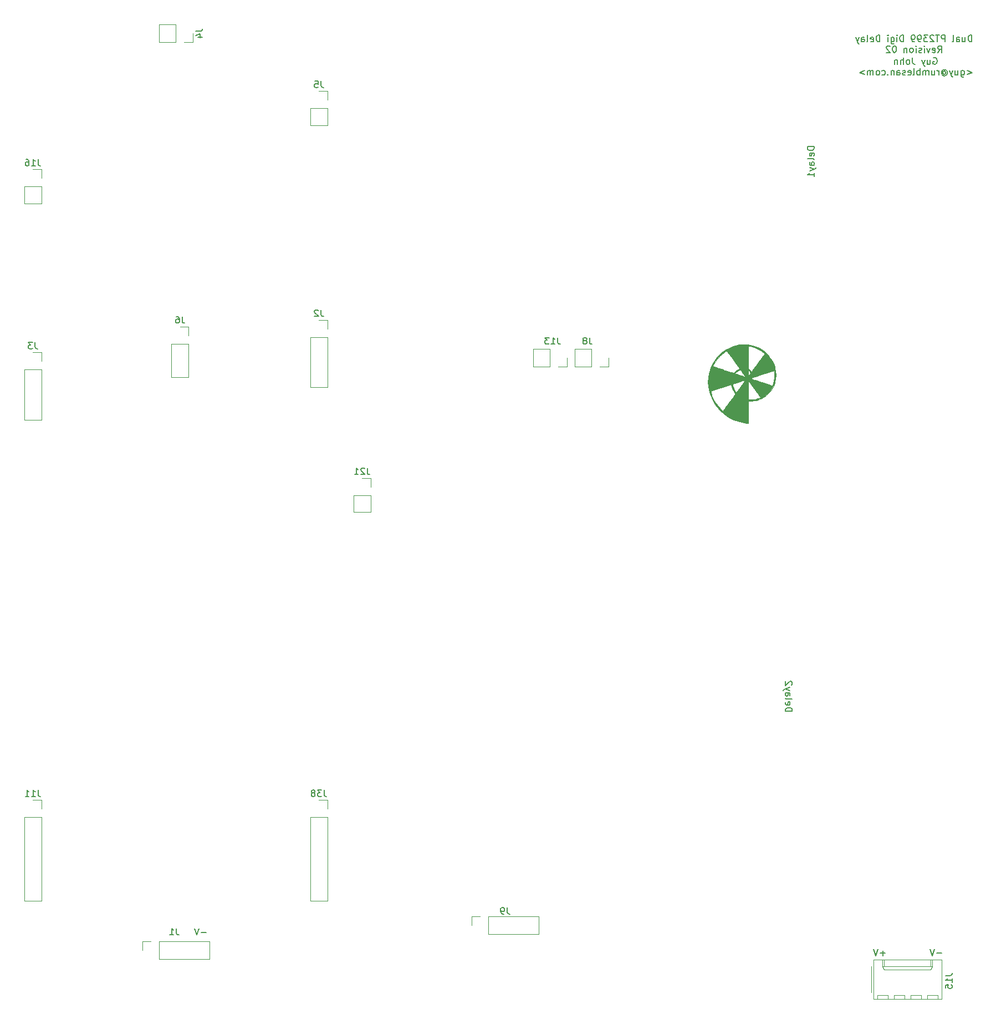
<source format=gbo>
%TF.GenerationSoftware,KiCad,Pcbnew,(5.1.8-0-10_14)*%
%TF.CreationDate,2021-12-18T09:25:16+00:00*%
%TF.ProjectId,dual-digi-delay,6475616c-2d64-4696-9769-2d64656c6179,r02*%
%TF.SameCoordinates,Original*%
%TF.FileFunction,Legend,Bot*%
%TF.FilePolarity,Positive*%
%FSLAX46Y46*%
G04 Gerber Fmt 4.6, Leading zero omitted, Abs format (unit mm)*
G04 Created by KiCad (PCBNEW (5.1.8-0-10_14)) date 2021-12-18 09:25:16*
%MOMM*%
%LPD*%
G01*
G04 APERTURE LIST*
%ADD10C,0.150000*%
%ADD11C,0.120000*%
%ADD12C,0.010000*%
G04 APERTURE END LIST*
D10*
X140136619Y-133706904D02*
X141136619Y-133706904D01*
X141136619Y-133468809D01*
X141089000Y-133325952D01*
X140993761Y-133230714D01*
X140898523Y-133183095D01*
X140708047Y-133135476D01*
X140565190Y-133135476D01*
X140374714Y-133183095D01*
X140279476Y-133230714D01*
X140184238Y-133325952D01*
X140136619Y-133468809D01*
X140136619Y-133706904D01*
X140184238Y-132325952D02*
X140136619Y-132421190D01*
X140136619Y-132611666D01*
X140184238Y-132706904D01*
X140279476Y-132754523D01*
X140660428Y-132754523D01*
X140755666Y-132706904D01*
X140803285Y-132611666D01*
X140803285Y-132421190D01*
X140755666Y-132325952D01*
X140660428Y-132278333D01*
X140565190Y-132278333D01*
X140469952Y-132754523D01*
X140136619Y-131706904D02*
X140184238Y-131802142D01*
X140279476Y-131849761D01*
X141136619Y-131849761D01*
X140136619Y-130897380D02*
X140660428Y-130897380D01*
X140755666Y-130945000D01*
X140803285Y-131040238D01*
X140803285Y-131230714D01*
X140755666Y-131325952D01*
X140184238Y-130897380D02*
X140136619Y-130992619D01*
X140136619Y-131230714D01*
X140184238Y-131325952D01*
X140279476Y-131373571D01*
X140374714Y-131373571D01*
X140469952Y-131325952D01*
X140517571Y-131230714D01*
X140517571Y-130992619D01*
X140565190Y-130897380D01*
X140803285Y-130516428D02*
X140136619Y-130278333D01*
X140803285Y-130040238D02*
X140136619Y-130278333D01*
X139898523Y-130373571D01*
X139850904Y-130421190D01*
X139803285Y-130516428D01*
X141041380Y-129706904D02*
X141089000Y-129659285D01*
X141136619Y-129564047D01*
X141136619Y-129325952D01*
X141089000Y-129230714D01*
X141041380Y-129183095D01*
X140946142Y-129135476D01*
X140850904Y-129135476D01*
X140708047Y-129183095D01*
X140136619Y-129754523D01*
X140136619Y-129135476D01*
X144470380Y-47522095D02*
X143470380Y-47522095D01*
X143470380Y-47760190D01*
X143518000Y-47903047D01*
X143613238Y-47998285D01*
X143708476Y-48045904D01*
X143898952Y-48093523D01*
X144041809Y-48093523D01*
X144232285Y-48045904D01*
X144327523Y-47998285D01*
X144422761Y-47903047D01*
X144470380Y-47760190D01*
X144470380Y-47522095D01*
X144422761Y-48903047D02*
X144470380Y-48807809D01*
X144470380Y-48617333D01*
X144422761Y-48522095D01*
X144327523Y-48474476D01*
X143946571Y-48474476D01*
X143851333Y-48522095D01*
X143803714Y-48617333D01*
X143803714Y-48807809D01*
X143851333Y-48903047D01*
X143946571Y-48950666D01*
X144041809Y-48950666D01*
X144137047Y-48474476D01*
X144470380Y-49522095D02*
X144422761Y-49426857D01*
X144327523Y-49379238D01*
X143470380Y-49379238D01*
X144470380Y-50331619D02*
X143946571Y-50331619D01*
X143851333Y-50284000D01*
X143803714Y-50188761D01*
X143803714Y-49998285D01*
X143851333Y-49903047D01*
X144422761Y-50331619D02*
X144470380Y-50236380D01*
X144470380Y-49998285D01*
X144422761Y-49903047D01*
X144327523Y-49855428D01*
X144232285Y-49855428D01*
X144137047Y-49903047D01*
X144089428Y-49998285D01*
X144089428Y-50236380D01*
X144041809Y-50331619D01*
X143803714Y-50712571D02*
X144470380Y-50950666D01*
X143803714Y-51188761D02*
X144470380Y-50950666D01*
X144708476Y-50855428D01*
X144756095Y-50807809D01*
X144803714Y-50712571D01*
X144470380Y-52093523D02*
X144470380Y-51522095D01*
X144470380Y-51807809D02*
X143470380Y-51807809D01*
X143613238Y-51712571D01*
X143708476Y-51617333D01*
X143756095Y-51522095D01*
X162710476Y-33981000D02*
X162805714Y-33933380D01*
X162948571Y-33933380D01*
X163091428Y-33981000D01*
X163186666Y-34076238D01*
X163234285Y-34171476D01*
X163281904Y-34361952D01*
X163281904Y-34504809D01*
X163234285Y-34695285D01*
X163186666Y-34790523D01*
X163091428Y-34885761D01*
X162948571Y-34933380D01*
X162853333Y-34933380D01*
X162710476Y-34885761D01*
X162662857Y-34838142D01*
X162662857Y-34504809D01*
X162853333Y-34504809D01*
X161805714Y-34266714D02*
X161805714Y-34933380D01*
X162234285Y-34266714D02*
X162234285Y-34790523D01*
X162186666Y-34885761D01*
X162091428Y-34933380D01*
X161948571Y-34933380D01*
X161853333Y-34885761D01*
X161805714Y-34838142D01*
X161424761Y-34266714D02*
X161186666Y-34933380D01*
X160948571Y-34266714D02*
X161186666Y-34933380D01*
X161281904Y-35171476D01*
X161329523Y-35219095D01*
X161424761Y-35266714D01*
X159520000Y-33933380D02*
X159520000Y-34647666D01*
X159567619Y-34790523D01*
X159662857Y-34885761D01*
X159805714Y-34933380D01*
X159900952Y-34933380D01*
X158900952Y-34933380D02*
X158996190Y-34885761D01*
X159043809Y-34838142D01*
X159091428Y-34742904D01*
X159091428Y-34457190D01*
X159043809Y-34361952D01*
X158996190Y-34314333D01*
X158900952Y-34266714D01*
X158758095Y-34266714D01*
X158662857Y-34314333D01*
X158615238Y-34361952D01*
X158567619Y-34457190D01*
X158567619Y-34742904D01*
X158615238Y-34838142D01*
X158662857Y-34885761D01*
X158758095Y-34933380D01*
X158900952Y-34933380D01*
X158139047Y-34933380D02*
X158139047Y-33933380D01*
X157710476Y-34933380D02*
X157710476Y-34409571D01*
X157758095Y-34314333D01*
X157853333Y-34266714D01*
X157996190Y-34266714D01*
X158091428Y-34314333D01*
X158139047Y-34361952D01*
X157234285Y-34266714D02*
X157234285Y-34933380D01*
X157234285Y-34361952D02*
X157186666Y-34314333D01*
X157091428Y-34266714D01*
X156948571Y-34266714D01*
X156853333Y-34314333D01*
X156805714Y-34409571D01*
X156805714Y-34933380D01*
X167853333Y-35916714D02*
X168615238Y-36202428D01*
X167853333Y-36488142D01*
X166948571Y-35916714D02*
X166948571Y-36726238D01*
X166996190Y-36821476D01*
X167043809Y-36869095D01*
X167139047Y-36916714D01*
X167281904Y-36916714D01*
X167377142Y-36869095D01*
X166948571Y-36535761D02*
X167043809Y-36583380D01*
X167234285Y-36583380D01*
X167329523Y-36535761D01*
X167377142Y-36488142D01*
X167424761Y-36392904D01*
X167424761Y-36107190D01*
X167377142Y-36011952D01*
X167329523Y-35964333D01*
X167234285Y-35916714D01*
X167043809Y-35916714D01*
X166948571Y-35964333D01*
X166043809Y-35916714D02*
X166043809Y-36583380D01*
X166472380Y-35916714D02*
X166472380Y-36440523D01*
X166424761Y-36535761D01*
X166329523Y-36583380D01*
X166186666Y-36583380D01*
X166091428Y-36535761D01*
X166043809Y-36488142D01*
X165662857Y-35916714D02*
X165424761Y-36583380D01*
X165186666Y-35916714D02*
X165424761Y-36583380D01*
X165520000Y-36821476D01*
X165567619Y-36869095D01*
X165662857Y-36916714D01*
X164186666Y-36107190D02*
X164234285Y-36059571D01*
X164329523Y-36011952D01*
X164424761Y-36011952D01*
X164520000Y-36059571D01*
X164567619Y-36107190D01*
X164615238Y-36202428D01*
X164615238Y-36297666D01*
X164567619Y-36392904D01*
X164520000Y-36440523D01*
X164424761Y-36488142D01*
X164329523Y-36488142D01*
X164234285Y-36440523D01*
X164186666Y-36392904D01*
X164186666Y-36011952D02*
X164186666Y-36392904D01*
X164139047Y-36440523D01*
X164091428Y-36440523D01*
X163996190Y-36392904D01*
X163948571Y-36297666D01*
X163948571Y-36059571D01*
X164043809Y-35916714D01*
X164186666Y-35821476D01*
X164377142Y-35773857D01*
X164567619Y-35821476D01*
X164710476Y-35916714D01*
X164805714Y-36059571D01*
X164853333Y-36250047D01*
X164805714Y-36440523D01*
X164710476Y-36583380D01*
X164567619Y-36678619D01*
X164377142Y-36726238D01*
X164186666Y-36678619D01*
X164043809Y-36583380D01*
X163520000Y-36583380D02*
X163520000Y-35916714D01*
X163520000Y-36107190D02*
X163472380Y-36011952D01*
X163424761Y-35964333D01*
X163329523Y-35916714D01*
X163234285Y-35916714D01*
X162472380Y-35916714D02*
X162472380Y-36583380D01*
X162900952Y-35916714D02*
X162900952Y-36440523D01*
X162853333Y-36535761D01*
X162758095Y-36583380D01*
X162615238Y-36583380D01*
X162520000Y-36535761D01*
X162472380Y-36488142D01*
X161996190Y-36583380D02*
X161996190Y-35916714D01*
X161996190Y-36011952D02*
X161948571Y-35964333D01*
X161853333Y-35916714D01*
X161710476Y-35916714D01*
X161615238Y-35964333D01*
X161567619Y-36059571D01*
X161567619Y-36583380D01*
X161567619Y-36059571D02*
X161520000Y-35964333D01*
X161424761Y-35916714D01*
X161281904Y-35916714D01*
X161186666Y-35964333D01*
X161139047Y-36059571D01*
X161139047Y-36583380D01*
X160662857Y-36583380D02*
X160662857Y-35583380D01*
X160662857Y-35964333D02*
X160567619Y-35916714D01*
X160377142Y-35916714D01*
X160281904Y-35964333D01*
X160234285Y-36011952D01*
X160186666Y-36107190D01*
X160186666Y-36392904D01*
X160234285Y-36488142D01*
X160281904Y-36535761D01*
X160377142Y-36583380D01*
X160567619Y-36583380D01*
X160662857Y-36535761D01*
X159615238Y-36583380D02*
X159710476Y-36535761D01*
X159758095Y-36440523D01*
X159758095Y-35583380D01*
X158853333Y-36535761D02*
X158948571Y-36583380D01*
X159139047Y-36583380D01*
X159234285Y-36535761D01*
X159281904Y-36440523D01*
X159281904Y-36059571D01*
X159234285Y-35964333D01*
X159139047Y-35916714D01*
X158948571Y-35916714D01*
X158853333Y-35964333D01*
X158805714Y-36059571D01*
X158805714Y-36154809D01*
X159281904Y-36250047D01*
X158424761Y-36535761D02*
X158329523Y-36583380D01*
X158139047Y-36583380D01*
X158043809Y-36535761D01*
X157996190Y-36440523D01*
X157996190Y-36392904D01*
X158043809Y-36297666D01*
X158139047Y-36250047D01*
X158281904Y-36250047D01*
X158377142Y-36202428D01*
X158424761Y-36107190D01*
X158424761Y-36059571D01*
X158377142Y-35964333D01*
X158281904Y-35916714D01*
X158139047Y-35916714D01*
X158043809Y-35964333D01*
X157139047Y-36583380D02*
X157139047Y-36059571D01*
X157186666Y-35964333D01*
X157281904Y-35916714D01*
X157472380Y-35916714D01*
X157567619Y-35964333D01*
X157139047Y-36535761D02*
X157234285Y-36583380D01*
X157472380Y-36583380D01*
X157567619Y-36535761D01*
X157615238Y-36440523D01*
X157615238Y-36345285D01*
X157567619Y-36250047D01*
X157472380Y-36202428D01*
X157234285Y-36202428D01*
X157139047Y-36154809D01*
X156662857Y-35916714D02*
X156662857Y-36583380D01*
X156662857Y-36011952D02*
X156615238Y-35964333D01*
X156520000Y-35916714D01*
X156377142Y-35916714D01*
X156281904Y-35964333D01*
X156234285Y-36059571D01*
X156234285Y-36583380D01*
X155758095Y-36488142D02*
X155710476Y-36535761D01*
X155758095Y-36583380D01*
X155805714Y-36535761D01*
X155758095Y-36488142D01*
X155758095Y-36583380D01*
X154853333Y-36535761D02*
X154948571Y-36583380D01*
X155139047Y-36583380D01*
X155234285Y-36535761D01*
X155281904Y-36488142D01*
X155329523Y-36392904D01*
X155329523Y-36107190D01*
X155281904Y-36011952D01*
X155234285Y-35964333D01*
X155139047Y-35916714D01*
X154948571Y-35916714D01*
X154853333Y-35964333D01*
X154281904Y-36583380D02*
X154377142Y-36535761D01*
X154424761Y-36488142D01*
X154472380Y-36392904D01*
X154472380Y-36107190D01*
X154424761Y-36011952D01*
X154377142Y-35964333D01*
X154281904Y-35916714D01*
X154139047Y-35916714D01*
X154043809Y-35964333D01*
X153996190Y-36011952D01*
X153948571Y-36107190D01*
X153948571Y-36392904D01*
X153996190Y-36488142D01*
X154043809Y-36535761D01*
X154139047Y-36583380D01*
X154281904Y-36583380D01*
X153520000Y-36583380D02*
X153520000Y-35916714D01*
X153520000Y-36011952D02*
X153472380Y-35964333D01*
X153377142Y-35916714D01*
X153234285Y-35916714D01*
X153139047Y-35964333D01*
X153091428Y-36059571D01*
X153091428Y-36583380D01*
X153091428Y-36059571D02*
X153043809Y-35964333D01*
X152948571Y-35916714D01*
X152805714Y-35916714D01*
X152710476Y-35964333D01*
X152662857Y-36059571D01*
X152662857Y-36583380D01*
X152186666Y-35916714D02*
X151424761Y-36202428D01*
X152186666Y-36488142D01*
X168575523Y-31504380D02*
X168575523Y-30504380D01*
X168337428Y-30504380D01*
X168194571Y-30552000D01*
X168099333Y-30647238D01*
X168051714Y-30742476D01*
X168004095Y-30932952D01*
X168004095Y-31075809D01*
X168051714Y-31266285D01*
X168099333Y-31361523D01*
X168194571Y-31456761D01*
X168337428Y-31504380D01*
X168575523Y-31504380D01*
X167146952Y-30837714D02*
X167146952Y-31504380D01*
X167575523Y-30837714D02*
X167575523Y-31361523D01*
X167527904Y-31456761D01*
X167432666Y-31504380D01*
X167289809Y-31504380D01*
X167194571Y-31456761D01*
X167146952Y-31409142D01*
X166242190Y-31504380D02*
X166242190Y-30980571D01*
X166289809Y-30885333D01*
X166385047Y-30837714D01*
X166575523Y-30837714D01*
X166670761Y-30885333D01*
X166242190Y-31456761D02*
X166337428Y-31504380D01*
X166575523Y-31504380D01*
X166670761Y-31456761D01*
X166718380Y-31361523D01*
X166718380Y-31266285D01*
X166670761Y-31171047D01*
X166575523Y-31123428D01*
X166337428Y-31123428D01*
X166242190Y-31075809D01*
X165623142Y-31504380D02*
X165718380Y-31456761D01*
X165766000Y-31361523D01*
X165766000Y-30504380D01*
X164480285Y-31504380D02*
X164480285Y-30504380D01*
X164099333Y-30504380D01*
X164004095Y-30552000D01*
X163956476Y-30599619D01*
X163908857Y-30694857D01*
X163908857Y-30837714D01*
X163956476Y-30932952D01*
X164004095Y-30980571D01*
X164099333Y-31028190D01*
X164480285Y-31028190D01*
X163623142Y-30504380D02*
X163051714Y-30504380D01*
X163337428Y-31504380D02*
X163337428Y-30504380D01*
X162766000Y-30599619D02*
X162718380Y-30552000D01*
X162623142Y-30504380D01*
X162385047Y-30504380D01*
X162289809Y-30552000D01*
X162242190Y-30599619D01*
X162194571Y-30694857D01*
X162194571Y-30790095D01*
X162242190Y-30932952D01*
X162813619Y-31504380D01*
X162194571Y-31504380D01*
X161861238Y-30504380D02*
X161242190Y-30504380D01*
X161575523Y-30885333D01*
X161432666Y-30885333D01*
X161337428Y-30932952D01*
X161289809Y-30980571D01*
X161242190Y-31075809D01*
X161242190Y-31313904D01*
X161289809Y-31409142D01*
X161337428Y-31456761D01*
X161432666Y-31504380D01*
X161718380Y-31504380D01*
X161813619Y-31456761D01*
X161861238Y-31409142D01*
X160766000Y-31504380D02*
X160575523Y-31504380D01*
X160480285Y-31456761D01*
X160432666Y-31409142D01*
X160337428Y-31266285D01*
X160289809Y-31075809D01*
X160289809Y-30694857D01*
X160337428Y-30599619D01*
X160385047Y-30552000D01*
X160480285Y-30504380D01*
X160670761Y-30504380D01*
X160766000Y-30552000D01*
X160813619Y-30599619D01*
X160861238Y-30694857D01*
X160861238Y-30932952D01*
X160813619Y-31028190D01*
X160766000Y-31075809D01*
X160670761Y-31123428D01*
X160480285Y-31123428D01*
X160385047Y-31075809D01*
X160337428Y-31028190D01*
X160289809Y-30932952D01*
X159813619Y-31504380D02*
X159623142Y-31504380D01*
X159527904Y-31456761D01*
X159480285Y-31409142D01*
X159385047Y-31266285D01*
X159337428Y-31075809D01*
X159337428Y-30694857D01*
X159385047Y-30599619D01*
X159432666Y-30552000D01*
X159527904Y-30504380D01*
X159718380Y-30504380D01*
X159813619Y-30552000D01*
X159861238Y-30599619D01*
X159908857Y-30694857D01*
X159908857Y-30932952D01*
X159861238Y-31028190D01*
X159813619Y-31075809D01*
X159718380Y-31123428D01*
X159527904Y-31123428D01*
X159432666Y-31075809D01*
X159385047Y-31028190D01*
X159337428Y-30932952D01*
X158146952Y-31504380D02*
X158146952Y-30504380D01*
X157908857Y-30504380D01*
X157766000Y-30552000D01*
X157670761Y-30647238D01*
X157623142Y-30742476D01*
X157575523Y-30932952D01*
X157575523Y-31075809D01*
X157623142Y-31266285D01*
X157670761Y-31361523D01*
X157766000Y-31456761D01*
X157908857Y-31504380D01*
X158146952Y-31504380D01*
X157146952Y-31504380D02*
X157146952Y-30837714D01*
X157146952Y-30504380D02*
X157194571Y-30552000D01*
X157146952Y-30599619D01*
X157099333Y-30552000D01*
X157146952Y-30504380D01*
X157146952Y-30599619D01*
X156242190Y-30837714D02*
X156242190Y-31647238D01*
X156289809Y-31742476D01*
X156337428Y-31790095D01*
X156432666Y-31837714D01*
X156575523Y-31837714D01*
X156670761Y-31790095D01*
X156242190Y-31456761D02*
X156337428Y-31504380D01*
X156527904Y-31504380D01*
X156623142Y-31456761D01*
X156670761Y-31409142D01*
X156718380Y-31313904D01*
X156718380Y-31028190D01*
X156670761Y-30932952D01*
X156623142Y-30885333D01*
X156527904Y-30837714D01*
X156337428Y-30837714D01*
X156242190Y-30885333D01*
X155766000Y-31504380D02*
X155766000Y-30837714D01*
X155766000Y-30504380D02*
X155813619Y-30552000D01*
X155766000Y-30599619D01*
X155718380Y-30552000D01*
X155766000Y-30504380D01*
X155766000Y-30599619D01*
X154527904Y-31504380D02*
X154527904Y-30504380D01*
X154289809Y-30504380D01*
X154146952Y-30552000D01*
X154051714Y-30647238D01*
X154004095Y-30742476D01*
X153956476Y-30932952D01*
X153956476Y-31075809D01*
X154004095Y-31266285D01*
X154051714Y-31361523D01*
X154146952Y-31456761D01*
X154289809Y-31504380D01*
X154527904Y-31504380D01*
X153146952Y-31456761D02*
X153242190Y-31504380D01*
X153432666Y-31504380D01*
X153527904Y-31456761D01*
X153575523Y-31361523D01*
X153575523Y-30980571D01*
X153527904Y-30885333D01*
X153432666Y-30837714D01*
X153242190Y-30837714D01*
X153146952Y-30885333D01*
X153099333Y-30980571D01*
X153099333Y-31075809D01*
X153575523Y-31171047D01*
X152527904Y-31504380D02*
X152623142Y-31456761D01*
X152670761Y-31361523D01*
X152670761Y-30504380D01*
X151718380Y-31504380D02*
X151718380Y-30980571D01*
X151766000Y-30885333D01*
X151861238Y-30837714D01*
X152051714Y-30837714D01*
X152146952Y-30885333D01*
X151718380Y-31456761D02*
X151813619Y-31504380D01*
X152051714Y-31504380D01*
X152146952Y-31456761D01*
X152194571Y-31361523D01*
X152194571Y-31266285D01*
X152146952Y-31171047D01*
X152051714Y-31123428D01*
X151813619Y-31123428D01*
X151718380Y-31075809D01*
X151337428Y-30837714D02*
X151099333Y-31504380D01*
X150861238Y-30837714D02*
X151099333Y-31504380D01*
X151194571Y-31742476D01*
X151242190Y-31790095D01*
X151337428Y-31837714D01*
X163385047Y-33154380D02*
X163718380Y-32678190D01*
X163956476Y-33154380D02*
X163956476Y-32154380D01*
X163575523Y-32154380D01*
X163480285Y-32202000D01*
X163432666Y-32249619D01*
X163385047Y-32344857D01*
X163385047Y-32487714D01*
X163432666Y-32582952D01*
X163480285Y-32630571D01*
X163575523Y-32678190D01*
X163956476Y-32678190D01*
X162575523Y-33106761D02*
X162670761Y-33154380D01*
X162861238Y-33154380D01*
X162956476Y-33106761D01*
X163004095Y-33011523D01*
X163004095Y-32630571D01*
X162956476Y-32535333D01*
X162861238Y-32487714D01*
X162670761Y-32487714D01*
X162575523Y-32535333D01*
X162527904Y-32630571D01*
X162527904Y-32725809D01*
X163004095Y-32821047D01*
X162194571Y-32487714D02*
X161956476Y-33154380D01*
X161718380Y-32487714D01*
X161337428Y-33154380D02*
X161337428Y-32487714D01*
X161337428Y-32154380D02*
X161385047Y-32202000D01*
X161337428Y-32249619D01*
X161289809Y-32202000D01*
X161337428Y-32154380D01*
X161337428Y-32249619D01*
X160908857Y-33106761D02*
X160813619Y-33154380D01*
X160623142Y-33154380D01*
X160527904Y-33106761D01*
X160480285Y-33011523D01*
X160480285Y-32963904D01*
X160527904Y-32868666D01*
X160623142Y-32821047D01*
X160766000Y-32821047D01*
X160861238Y-32773428D01*
X160908857Y-32678190D01*
X160908857Y-32630571D01*
X160861238Y-32535333D01*
X160766000Y-32487714D01*
X160623142Y-32487714D01*
X160527904Y-32535333D01*
X160051714Y-33154380D02*
X160051714Y-32487714D01*
X160051714Y-32154380D02*
X160099333Y-32202000D01*
X160051714Y-32249619D01*
X160004095Y-32202000D01*
X160051714Y-32154380D01*
X160051714Y-32249619D01*
X159432666Y-33154380D02*
X159527904Y-33106761D01*
X159575523Y-33059142D01*
X159623142Y-32963904D01*
X159623142Y-32678190D01*
X159575523Y-32582952D01*
X159527904Y-32535333D01*
X159432666Y-32487714D01*
X159289809Y-32487714D01*
X159194571Y-32535333D01*
X159146952Y-32582952D01*
X159099333Y-32678190D01*
X159099333Y-32963904D01*
X159146952Y-33059142D01*
X159194571Y-33106761D01*
X159289809Y-33154380D01*
X159432666Y-33154380D01*
X158670761Y-32487714D02*
X158670761Y-33154380D01*
X158670761Y-32582952D02*
X158623142Y-32535333D01*
X158527904Y-32487714D01*
X158385047Y-32487714D01*
X158289809Y-32535333D01*
X158242190Y-32630571D01*
X158242190Y-33154380D01*
X156813619Y-32154380D02*
X156718380Y-32154380D01*
X156623142Y-32202000D01*
X156575523Y-32249619D01*
X156527904Y-32344857D01*
X156480285Y-32535333D01*
X156480285Y-32773428D01*
X156527904Y-32963904D01*
X156575523Y-33059142D01*
X156623142Y-33106761D01*
X156718380Y-33154380D01*
X156813619Y-33154380D01*
X156908857Y-33106761D01*
X156956476Y-33059142D01*
X157004095Y-32963904D01*
X157051714Y-32773428D01*
X157051714Y-32535333D01*
X157004095Y-32344857D01*
X156956476Y-32249619D01*
X156908857Y-32202000D01*
X156813619Y-32154380D01*
X156099333Y-32249619D02*
X156051714Y-32202000D01*
X155956476Y-32154380D01*
X155718380Y-32154380D01*
X155623142Y-32202000D01*
X155575523Y-32249619D01*
X155527904Y-32344857D01*
X155527904Y-32440095D01*
X155575523Y-32582952D01*
X156146952Y-33154380D01*
X155527904Y-33154380D01*
X51609523Y-167457428D02*
X50847619Y-167457428D01*
X50514285Y-166838380D02*
X50180952Y-167838380D01*
X49847619Y-166838380D01*
X164004523Y-170632428D02*
X163242619Y-170632428D01*
X162909285Y-170013380D02*
X162575952Y-171013380D01*
X162242619Y-170013380D01*
X155368523Y-170632428D02*
X154606619Y-170632428D01*
X154987571Y-171013380D02*
X154987571Y-170251476D01*
X154273285Y-170013380D02*
X153939952Y-171013380D01*
X153606619Y-170013380D01*
D11*
%TO.C,J6*%
X48955000Y-82737000D02*
X46295000Y-82737000D01*
X48955000Y-77597000D02*
X48955000Y-82737000D01*
X46295000Y-77597000D02*
X46295000Y-82737000D01*
X48955000Y-77597000D02*
X46295000Y-77597000D01*
X48955000Y-76327000D02*
X48955000Y-74997000D01*
X48955000Y-74997000D02*
X47625000Y-74997000D01*
%TO.C,J2*%
X70164000Y-84261000D02*
X67504000Y-84261000D01*
X70164000Y-76581000D02*
X70164000Y-84261000D01*
X67504000Y-76581000D02*
X67504000Y-84261000D01*
X70164000Y-76581000D02*
X67504000Y-76581000D01*
X70164000Y-75311000D02*
X70164000Y-73981000D01*
X70164000Y-73981000D02*
X68834000Y-73981000D01*
D12*
%TO.C,H19*%
G36*
X133079201Y-77759797D02*
G01*
X132509062Y-77873106D01*
X132161672Y-77974846D01*
X131600132Y-78195058D01*
X131068343Y-78473445D01*
X130570563Y-78805717D01*
X130111049Y-79187585D01*
X129694056Y-79614760D01*
X129323843Y-80082952D01*
X129004666Y-80587872D01*
X128740782Y-81125229D01*
X128564696Y-81599380D01*
X128406567Y-82204990D01*
X128314390Y-82819950D01*
X128287780Y-83439934D01*
X128326351Y-84060615D01*
X128429717Y-84677669D01*
X128597493Y-85286767D01*
X128829293Y-85883585D01*
X128973547Y-86184792D01*
X129304007Y-86759105D01*
X129685502Y-87291309D01*
X130114432Y-87778669D01*
X130587198Y-88218449D01*
X131100201Y-88607913D01*
X131649840Y-88944326D01*
X132232515Y-89224954D01*
X132844628Y-89447060D01*
X133476629Y-89606721D01*
X133714762Y-89651242D01*
X133931191Y-89685760D01*
X134116619Y-89709246D01*
X134261747Y-89720669D01*
X134357280Y-89718998D01*
X134391230Y-89708103D01*
X134396232Y-89670104D01*
X134400909Y-89570944D01*
X134405163Y-89417195D01*
X134408897Y-89215429D01*
X134412012Y-88972218D01*
X134414409Y-88694133D01*
X134415992Y-88387748D01*
X134416662Y-88059634D01*
X134416678Y-88003002D01*
X134416726Y-86323780D01*
X134899278Y-86319638D01*
X135270825Y-86302497D01*
X135603225Y-86254387D01*
X135920015Y-86169995D01*
X136244731Y-86044012D01*
X136364891Y-85988977D01*
X136718381Y-85794184D01*
X136279297Y-85794184D01*
X136248343Y-85826546D01*
X136163759Y-85869674D01*
X136037960Y-85919309D01*
X135883360Y-85971189D01*
X135712375Y-86021054D01*
X135537420Y-86064644D01*
X135420431Y-86088919D01*
X135307701Y-86104182D01*
X135161986Y-86115675D01*
X134998274Y-86123222D01*
X134831550Y-86126648D01*
X134676800Y-86125777D01*
X134549012Y-86120434D01*
X134463170Y-86110443D01*
X134435927Y-86100453D01*
X134431864Y-86063366D01*
X134428488Y-85965660D01*
X134425854Y-85814446D01*
X134424017Y-85616835D01*
X134423032Y-85379938D01*
X134423010Y-85303808D01*
X132427788Y-85303808D01*
X132393795Y-85354566D01*
X132326207Y-85450435D01*
X132229796Y-85584923D01*
X132109332Y-85751541D01*
X131969588Y-85943797D01*
X131815336Y-86155201D01*
X131651346Y-86379263D01*
X131482390Y-86609492D01*
X131313241Y-86839397D01*
X131148668Y-87062489D01*
X130993445Y-87272276D01*
X130852343Y-87462269D01*
X130730133Y-87625976D01*
X130631586Y-87756907D01*
X130561475Y-87848572D01*
X130524571Y-87894480D01*
X130520210Y-87898580D01*
X130488497Y-87875507D01*
X130421551Y-87813237D01*
X130330243Y-87722191D01*
X130257333Y-87646581D01*
X129825413Y-87147052D01*
X129450237Y-86618747D01*
X129134438Y-86066158D01*
X128880649Y-85493778D01*
X128727178Y-85035586D01*
X128668199Y-84831126D01*
X130222122Y-84327716D01*
X130532038Y-84227662D01*
X130821829Y-84134777D01*
X131085231Y-84051020D01*
X131315978Y-83978351D01*
X131507805Y-83918732D01*
X131654449Y-83874122D01*
X131749643Y-83846482D01*
X131787123Y-83837772D01*
X131787414Y-83837910D01*
X131800525Y-83875162D01*
X131824393Y-83960500D01*
X131854062Y-84076123D01*
X131856692Y-84086773D01*
X131957570Y-84397344D01*
X132106332Y-84717898D01*
X132292016Y-85024874D01*
X132295480Y-85029914D01*
X132378157Y-85159934D01*
X132423320Y-85253999D01*
X132427788Y-85303808D01*
X134423010Y-85303808D01*
X134422954Y-85110866D01*
X134423837Y-84816731D01*
X134424725Y-84651266D01*
X134433563Y-83222206D01*
X135356430Y-84491363D01*
X135544233Y-84750342D01*
X135719210Y-84992996D01*
X135877420Y-85213763D01*
X136014924Y-85407082D01*
X136127780Y-85567389D01*
X136212051Y-85689123D01*
X136263794Y-85766721D01*
X136279297Y-85794184D01*
X136718381Y-85794184D01*
X136822638Y-85736733D01*
X137233547Y-85438089D01*
X137595816Y-85097231D01*
X137907646Y-84718349D01*
X138167236Y-84305632D01*
X138372787Y-83863268D01*
X138522496Y-83395446D01*
X138614566Y-82906354D01*
X138647194Y-82400182D01*
X138642422Y-82313606D01*
X138445960Y-82313606D01*
X138441712Y-82516717D01*
X138429644Y-82720850D01*
X138409452Y-82914932D01*
X138396197Y-83004847D01*
X138358355Y-83202690D01*
X138311548Y-83399236D01*
X138259335Y-83583977D01*
X138205275Y-83746402D01*
X138152927Y-83876002D01*
X138105849Y-83962270D01*
X138067600Y-83994694D01*
X138061319Y-83993792D01*
X138022482Y-83980867D01*
X137925544Y-83949119D01*
X137776838Y-83900609D01*
X137582695Y-83837398D01*
X137349449Y-83761545D01*
X137083432Y-83675111D01*
X136790977Y-83580157D01*
X136478416Y-83478741D01*
X136431697Y-83463588D01*
X136117630Y-83361537D01*
X135823522Y-83265606D01*
X135555591Y-83177848D01*
X135320054Y-83100318D01*
X135314224Y-83098386D01*
X134035366Y-83098386D01*
X133322661Y-84076948D01*
X133157411Y-84302176D01*
X133003722Y-84508463D01*
X132866299Y-84689735D01*
X132749848Y-84839918D01*
X132659074Y-84952937D01*
X132598683Y-85022721D01*
X132573829Y-85043469D01*
X132538750Y-85011181D01*
X132478992Y-84936809D01*
X132406415Y-84835300D01*
X132393436Y-84816093D01*
X132288647Y-84638580D01*
X132190076Y-84433847D01*
X132106600Y-84223709D01*
X132047095Y-84029981D01*
X132023274Y-83906385D01*
X132004817Y-83749914D01*
X132677323Y-83533305D01*
X132906954Y-83459407D01*
X133140402Y-83384393D01*
X133360588Y-83313744D01*
X133550433Y-83252939D01*
X133692598Y-83207541D01*
X134035366Y-83098386D01*
X135314224Y-83098386D01*
X135123127Y-83035067D01*
X134971028Y-82984151D01*
X134869973Y-82949623D01*
X134826181Y-82933537D01*
X134824912Y-82932820D01*
X134819817Y-82912269D01*
X134844205Y-82885427D01*
X134901934Y-82850828D01*
X134996864Y-82807004D01*
X135132855Y-82752489D01*
X135313767Y-82685816D01*
X135382567Y-82661764D01*
X134010230Y-82661764D01*
X133979816Y-82655074D01*
X133895623Y-82630633D01*
X133768223Y-82591823D01*
X133608189Y-82542026D01*
X133426095Y-82484625D01*
X133232513Y-82423000D01*
X133038017Y-82360535D01*
X132853178Y-82300611D01*
X132688571Y-82246609D01*
X132554767Y-82201913D01*
X132462340Y-82169903D01*
X132421863Y-82153962D01*
X132421186Y-82153481D01*
X132429047Y-82120207D01*
X132482600Y-82059218D01*
X132570534Y-81979382D01*
X132681536Y-81889566D01*
X132804294Y-81798640D01*
X132927496Y-81715470D01*
X133039830Y-81648925D01*
X133105115Y-81617327D01*
X133224417Y-81567479D01*
X133617324Y-82108394D01*
X133737673Y-82274680D01*
X133843119Y-82421524D01*
X133927634Y-82540437D01*
X133985191Y-82622929D01*
X134009762Y-82660510D01*
X134010230Y-82661764D01*
X135382567Y-82661764D01*
X135543458Y-82605518D01*
X135825788Y-82510127D01*
X136164618Y-82398178D01*
X136563806Y-82268203D01*
X136629546Y-82246926D01*
X136954193Y-82142184D01*
X137108411Y-82092679D01*
X134764315Y-82092679D01*
X134599337Y-82320163D01*
X134522833Y-82424287D01*
X134462855Y-82503356D01*
X134429200Y-82544548D01*
X134425494Y-82547647D01*
X134422205Y-82515871D01*
X134419468Y-82428905D01*
X134417535Y-82299290D01*
X134416657Y-82139570D01*
X134416630Y-82105074D01*
X134416630Y-81662501D01*
X134512633Y-81730861D01*
X134587847Y-81803673D01*
X134663015Y-81905585D01*
X134686475Y-81945950D01*
X134764315Y-82092679D01*
X137108411Y-82092679D01*
X137259935Y-82044039D01*
X137540611Y-81954437D01*
X137790063Y-81875318D01*
X138002130Y-81808626D01*
X138170654Y-81756303D01*
X138289474Y-81720293D01*
X138352431Y-81702537D01*
X138360495Y-81700980D01*
X138390804Y-81732868D01*
X138414808Y-81821149D01*
X138432204Y-81954748D01*
X138442689Y-82122592D01*
X138445960Y-82313606D01*
X138642422Y-82313606D01*
X138618581Y-81881116D01*
X138526926Y-81353348D01*
X138462841Y-81107911D01*
X138292454Y-80634189D01*
X138061264Y-80171467D01*
X137776168Y-79728604D01*
X137444064Y-79314458D01*
X137231064Y-79098966D01*
X136922764Y-79098966D01*
X136903670Y-79129525D01*
X136849418Y-79208436D01*
X136764556Y-79329383D01*
X136653627Y-79486051D01*
X136521178Y-79672124D01*
X136371755Y-79881287D01*
X136209904Y-80107225D01*
X136040169Y-80343623D01*
X135867097Y-80584164D01*
X135695234Y-80822535D01*
X135529126Y-81052419D01*
X135373317Y-81267501D01*
X135232354Y-81461466D01*
X135110783Y-81627998D01*
X135013149Y-81760782D01*
X134943998Y-81853503D01*
X134907876Y-81899845D01*
X134903731Y-81903984D01*
X134884593Y-81878703D01*
X134840493Y-81814288D01*
X134812335Y-81772066D01*
X134731126Y-81672933D01*
X134624224Y-81571247D01*
X134570768Y-81529258D01*
X134416630Y-81418565D01*
X134416630Y-81390255D01*
X133096000Y-81390255D01*
X132872266Y-81515375D01*
X132738550Y-81601002D01*
X132587356Y-81714273D01*
X132447466Y-81833354D01*
X132423448Y-81855877D01*
X132321728Y-81950562D01*
X132237242Y-82024301D01*
X132182429Y-82066467D01*
X132170072Y-82072387D01*
X132133150Y-82062445D01*
X132038182Y-82033504D01*
X131891513Y-81987586D01*
X131699487Y-81926709D01*
X131468447Y-81852896D01*
X131204739Y-81768165D01*
X130914705Y-81674537D01*
X130604690Y-81574033D01*
X130582456Y-81566809D01*
X130271713Y-81465631D01*
X129980987Y-81370583D01*
X129716557Y-81283744D01*
X129484704Y-81207196D01*
X129291709Y-81143019D01*
X129143852Y-81093294D01*
X129047413Y-81060103D01*
X129008672Y-81045525D01*
X129008271Y-81045243D01*
X129013325Y-81006121D01*
X129049733Y-80920714D01*
X129111914Y-80799514D01*
X129194288Y-80653015D01*
X129291276Y-80491709D01*
X129361912Y-80380180D01*
X129597369Y-80046980D01*
X129865380Y-79719856D01*
X130145279Y-79423299D01*
X130262312Y-79312935D01*
X130397025Y-79195804D01*
X130544302Y-79075806D01*
X130693775Y-78960465D01*
X130835074Y-78857307D01*
X130957833Y-78773854D01*
X131051682Y-78717632D01*
X131106254Y-78696164D01*
X131111492Y-78696687D01*
X131137179Y-78725168D01*
X131198015Y-78802199D01*
X131289369Y-78921507D01*
X131406606Y-79076824D01*
X131545093Y-79261879D01*
X131700196Y-79470402D01*
X131867283Y-79696123D01*
X132041720Y-79932771D01*
X132218873Y-80174077D01*
X132394109Y-80413771D01*
X132562795Y-80645581D01*
X132720297Y-80863239D01*
X132861983Y-81060474D01*
X132960220Y-81198484D01*
X133096000Y-81390255D01*
X134416630Y-81390255D01*
X134416630Y-79680172D01*
X134417241Y-79238000D01*
X134419089Y-78862497D01*
X134422196Y-78552608D01*
X134426581Y-78307279D01*
X134432268Y-78125458D01*
X134439277Y-78006089D01*
X134447629Y-77948119D01*
X134451925Y-77941780D01*
X134500093Y-77948093D01*
X134595781Y-77964811D01*
X134720184Y-77988610D01*
X134748258Y-77994208D01*
X135244790Y-78123852D01*
X135733135Y-78308923D01*
X136193104Y-78541210D01*
X136389612Y-78661663D01*
X136567255Y-78782135D01*
X136717273Y-78893063D01*
X136831716Y-78987928D01*
X136902637Y-79060211D01*
X136922764Y-79098966D01*
X137231064Y-79098966D01*
X137071848Y-78937888D01*
X136666418Y-78607754D01*
X136357311Y-78403481D01*
X135854935Y-78141393D01*
X135327772Y-77940492D01*
X134781221Y-77801331D01*
X134220677Y-77724460D01*
X133651538Y-77710432D01*
X133079201Y-77759797D01*
G37*
X133079201Y-77759797D02*
X132509062Y-77873106D01*
X132161672Y-77974846D01*
X131600132Y-78195058D01*
X131068343Y-78473445D01*
X130570563Y-78805717D01*
X130111049Y-79187585D01*
X129694056Y-79614760D01*
X129323843Y-80082952D01*
X129004666Y-80587872D01*
X128740782Y-81125229D01*
X128564696Y-81599380D01*
X128406567Y-82204990D01*
X128314390Y-82819950D01*
X128287780Y-83439934D01*
X128326351Y-84060615D01*
X128429717Y-84677669D01*
X128597493Y-85286767D01*
X128829293Y-85883585D01*
X128973547Y-86184792D01*
X129304007Y-86759105D01*
X129685502Y-87291309D01*
X130114432Y-87778669D01*
X130587198Y-88218449D01*
X131100201Y-88607913D01*
X131649840Y-88944326D01*
X132232515Y-89224954D01*
X132844628Y-89447060D01*
X133476629Y-89606721D01*
X133714762Y-89651242D01*
X133931191Y-89685760D01*
X134116619Y-89709246D01*
X134261747Y-89720669D01*
X134357280Y-89718998D01*
X134391230Y-89708103D01*
X134396232Y-89670104D01*
X134400909Y-89570944D01*
X134405163Y-89417195D01*
X134408897Y-89215429D01*
X134412012Y-88972218D01*
X134414409Y-88694133D01*
X134415992Y-88387748D01*
X134416662Y-88059634D01*
X134416678Y-88003002D01*
X134416726Y-86323780D01*
X134899278Y-86319638D01*
X135270825Y-86302497D01*
X135603225Y-86254387D01*
X135920015Y-86169995D01*
X136244731Y-86044012D01*
X136364891Y-85988977D01*
X136718381Y-85794184D01*
X136279297Y-85794184D01*
X136248343Y-85826546D01*
X136163759Y-85869674D01*
X136037960Y-85919309D01*
X135883360Y-85971189D01*
X135712375Y-86021054D01*
X135537420Y-86064644D01*
X135420431Y-86088919D01*
X135307701Y-86104182D01*
X135161986Y-86115675D01*
X134998274Y-86123222D01*
X134831550Y-86126648D01*
X134676800Y-86125777D01*
X134549012Y-86120434D01*
X134463170Y-86110443D01*
X134435927Y-86100453D01*
X134431864Y-86063366D01*
X134428488Y-85965660D01*
X134425854Y-85814446D01*
X134424017Y-85616835D01*
X134423032Y-85379938D01*
X134423010Y-85303808D01*
X132427788Y-85303808D01*
X132393795Y-85354566D01*
X132326207Y-85450435D01*
X132229796Y-85584923D01*
X132109332Y-85751541D01*
X131969588Y-85943797D01*
X131815336Y-86155201D01*
X131651346Y-86379263D01*
X131482390Y-86609492D01*
X131313241Y-86839397D01*
X131148668Y-87062489D01*
X130993445Y-87272276D01*
X130852343Y-87462269D01*
X130730133Y-87625976D01*
X130631586Y-87756907D01*
X130561475Y-87848572D01*
X130524571Y-87894480D01*
X130520210Y-87898580D01*
X130488497Y-87875507D01*
X130421551Y-87813237D01*
X130330243Y-87722191D01*
X130257333Y-87646581D01*
X129825413Y-87147052D01*
X129450237Y-86618747D01*
X129134438Y-86066158D01*
X128880649Y-85493778D01*
X128727178Y-85035586D01*
X128668199Y-84831126D01*
X130222122Y-84327716D01*
X130532038Y-84227662D01*
X130821829Y-84134777D01*
X131085231Y-84051020D01*
X131315978Y-83978351D01*
X131507805Y-83918732D01*
X131654449Y-83874122D01*
X131749643Y-83846482D01*
X131787123Y-83837772D01*
X131787414Y-83837910D01*
X131800525Y-83875162D01*
X131824393Y-83960500D01*
X131854062Y-84076123D01*
X131856692Y-84086773D01*
X131957570Y-84397344D01*
X132106332Y-84717898D01*
X132292016Y-85024874D01*
X132295480Y-85029914D01*
X132378157Y-85159934D01*
X132423320Y-85253999D01*
X132427788Y-85303808D01*
X134423010Y-85303808D01*
X134422954Y-85110866D01*
X134423837Y-84816731D01*
X134424725Y-84651266D01*
X134433563Y-83222206D01*
X135356430Y-84491363D01*
X135544233Y-84750342D01*
X135719210Y-84992996D01*
X135877420Y-85213763D01*
X136014924Y-85407082D01*
X136127780Y-85567389D01*
X136212051Y-85689123D01*
X136263794Y-85766721D01*
X136279297Y-85794184D01*
X136718381Y-85794184D01*
X136822638Y-85736733D01*
X137233547Y-85438089D01*
X137595816Y-85097231D01*
X137907646Y-84718349D01*
X138167236Y-84305632D01*
X138372787Y-83863268D01*
X138522496Y-83395446D01*
X138614566Y-82906354D01*
X138647194Y-82400182D01*
X138642422Y-82313606D01*
X138445960Y-82313606D01*
X138441712Y-82516717D01*
X138429644Y-82720850D01*
X138409452Y-82914932D01*
X138396197Y-83004847D01*
X138358355Y-83202690D01*
X138311548Y-83399236D01*
X138259335Y-83583977D01*
X138205275Y-83746402D01*
X138152927Y-83876002D01*
X138105849Y-83962270D01*
X138067600Y-83994694D01*
X138061319Y-83993792D01*
X138022482Y-83980867D01*
X137925544Y-83949119D01*
X137776838Y-83900609D01*
X137582695Y-83837398D01*
X137349449Y-83761545D01*
X137083432Y-83675111D01*
X136790977Y-83580157D01*
X136478416Y-83478741D01*
X136431697Y-83463588D01*
X136117630Y-83361537D01*
X135823522Y-83265606D01*
X135555591Y-83177848D01*
X135320054Y-83100318D01*
X135314224Y-83098386D01*
X134035366Y-83098386D01*
X133322661Y-84076948D01*
X133157411Y-84302176D01*
X133003722Y-84508463D01*
X132866299Y-84689735D01*
X132749848Y-84839918D01*
X132659074Y-84952937D01*
X132598683Y-85022721D01*
X132573829Y-85043469D01*
X132538750Y-85011181D01*
X132478992Y-84936809D01*
X132406415Y-84835300D01*
X132393436Y-84816093D01*
X132288647Y-84638580D01*
X132190076Y-84433847D01*
X132106600Y-84223709D01*
X132047095Y-84029981D01*
X132023274Y-83906385D01*
X132004817Y-83749914D01*
X132677323Y-83533305D01*
X132906954Y-83459407D01*
X133140402Y-83384393D01*
X133360588Y-83313744D01*
X133550433Y-83252939D01*
X133692598Y-83207541D01*
X134035366Y-83098386D01*
X135314224Y-83098386D01*
X135123127Y-83035067D01*
X134971028Y-82984151D01*
X134869973Y-82949623D01*
X134826181Y-82933537D01*
X134824912Y-82932820D01*
X134819817Y-82912269D01*
X134844205Y-82885427D01*
X134901934Y-82850828D01*
X134996864Y-82807004D01*
X135132855Y-82752489D01*
X135313767Y-82685816D01*
X135382567Y-82661764D01*
X134010230Y-82661764D01*
X133979816Y-82655074D01*
X133895623Y-82630633D01*
X133768223Y-82591823D01*
X133608189Y-82542026D01*
X133426095Y-82484625D01*
X133232513Y-82423000D01*
X133038017Y-82360535D01*
X132853178Y-82300611D01*
X132688571Y-82246609D01*
X132554767Y-82201913D01*
X132462340Y-82169903D01*
X132421863Y-82153962D01*
X132421186Y-82153481D01*
X132429047Y-82120207D01*
X132482600Y-82059218D01*
X132570534Y-81979382D01*
X132681536Y-81889566D01*
X132804294Y-81798640D01*
X132927496Y-81715470D01*
X133039830Y-81648925D01*
X133105115Y-81617327D01*
X133224417Y-81567479D01*
X133617324Y-82108394D01*
X133737673Y-82274680D01*
X133843119Y-82421524D01*
X133927634Y-82540437D01*
X133985191Y-82622929D01*
X134009762Y-82660510D01*
X134010230Y-82661764D01*
X135382567Y-82661764D01*
X135543458Y-82605518D01*
X135825788Y-82510127D01*
X136164618Y-82398178D01*
X136563806Y-82268203D01*
X136629546Y-82246926D01*
X136954193Y-82142184D01*
X137108411Y-82092679D01*
X134764315Y-82092679D01*
X134599337Y-82320163D01*
X134522833Y-82424287D01*
X134462855Y-82503356D01*
X134429200Y-82544548D01*
X134425494Y-82547647D01*
X134422205Y-82515871D01*
X134419468Y-82428905D01*
X134417535Y-82299290D01*
X134416657Y-82139570D01*
X134416630Y-82105074D01*
X134416630Y-81662501D01*
X134512633Y-81730861D01*
X134587847Y-81803673D01*
X134663015Y-81905585D01*
X134686475Y-81945950D01*
X134764315Y-82092679D01*
X137108411Y-82092679D01*
X137259935Y-82044039D01*
X137540611Y-81954437D01*
X137790063Y-81875318D01*
X138002130Y-81808626D01*
X138170654Y-81756303D01*
X138289474Y-81720293D01*
X138352431Y-81702537D01*
X138360495Y-81700980D01*
X138390804Y-81732868D01*
X138414808Y-81821149D01*
X138432204Y-81954748D01*
X138442689Y-82122592D01*
X138445960Y-82313606D01*
X138642422Y-82313606D01*
X138618581Y-81881116D01*
X138526926Y-81353348D01*
X138462841Y-81107911D01*
X138292454Y-80634189D01*
X138061264Y-80171467D01*
X137776168Y-79728604D01*
X137444064Y-79314458D01*
X137231064Y-79098966D01*
X136922764Y-79098966D01*
X136903670Y-79129525D01*
X136849418Y-79208436D01*
X136764556Y-79329383D01*
X136653627Y-79486051D01*
X136521178Y-79672124D01*
X136371755Y-79881287D01*
X136209904Y-80107225D01*
X136040169Y-80343623D01*
X135867097Y-80584164D01*
X135695234Y-80822535D01*
X135529126Y-81052419D01*
X135373317Y-81267501D01*
X135232354Y-81461466D01*
X135110783Y-81627998D01*
X135013149Y-81760782D01*
X134943998Y-81853503D01*
X134907876Y-81899845D01*
X134903731Y-81903984D01*
X134884593Y-81878703D01*
X134840493Y-81814288D01*
X134812335Y-81772066D01*
X134731126Y-81672933D01*
X134624224Y-81571247D01*
X134570768Y-81529258D01*
X134416630Y-81418565D01*
X134416630Y-81390255D01*
X133096000Y-81390255D01*
X132872266Y-81515375D01*
X132738550Y-81601002D01*
X132587356Y-81714273D01*
X132447466Y-81833354D01*
X132423448Y-81855877D01*
X132321728Y-81950562D01*
X132237242Y-82024301D01*
X132182429Y-82066467D01*
X132170072Y-82072387D01*
X132133150Y-82062445D01*
X132038182Y-82033504D01*
X131891513Y-81987586D01*
X131699487Y-81926709D01*
X131468447Y-81852896D01*
X131204739Y-81768165D01*
X130914705Y-81674537D01*
X130604690Y-81574033D01*
X130582456Y-81566809D01*
X130271713Y-81465631D01*
X129980987Y-81370583D01*
X129716557Y-81283744D01*
X129484704Y-81207196D01*
X129291709Y-81143019D01*
X129143852Y-81093294D01*
X129047413Y-81060103D01*
X129008672Y-81045525D01*
X129008271Y-81045243D01*
X129013325Y-81006121D01*
X129049733Y-80920714D01*
X129111914Y-80799514D01*
X129194288Y-80653015D01*
X129291276Y-80491709D01*
X129361912Y-80380180D01*
X129597369Y-80046980D01*
X129865380Y-79719856D01*
X130145279Y-79423299D01*
X130262312Y-79312935D01*
X130397025Y-79195804D01*
X130544302Y-79075806D01*
X130693775Y-78960465D01*
X130835074Y-78857307D01*
X130957833Y-78773854D01*
X131051682Y-78717632D01*
X131106254Y-78696164D01*
X131111492Y-78696687D01*
X131137179Y-78725168D01*
X131198015Y-78802199D01*
X131289369Y-78921507D01*
X131406606Y-79076824D01*
X131545093Y-79261879D01*
X131700196Y-79470402D01*
X131867283Y-79696123D01*
X132041720Y-79932771D01*
X132218873Y-80174077D01*
X132394109Y-80413771D01*
X132562795Y-80645581D01*
X132720297Y-80863239D01*
X132861983Y-81060474D01*
X132960220Y-81198484D01*
X133096000Y-81390255D01*
X134416630Y-81390255D01*
X134416630Y-79680172D01*
X134417241Y-79238000D01*
X134419089Y-78862497D01*
X134422196Y-78552608D01*
X134426581Y-78307279D01*
X134432268Y-78125458D01*
X134439277Y-78006089D01*
X134447629Y-77948119D01*
X134451925Y-77941780D01*
X134500093Y-77948093D01*
X134595781Y-77964811D01*
X134720184Y-77988610D01*
X134748258Y-77994208D01*
X135244790Y-78123852D01*
X135733135Y-78308923D01*
X136193104Y-78541210D01*
X136389612Y-78661663D01*
X136567255Y-78782135D01*
X136717273Y-78893063D01*
X136831716Y-78987928D01*
X136902637Y-79060211D01*
X136922764Y-79098966D01*
X137231064Y-79098966D01*
X137071848Y-78937888D01*
X136666418Y-78607754D01*
X136357311Y-78403481D01*
X135854935Y-78141393D01*
X135327772Y-77940492D01*
X134781221Y-77801331D01*
X134220677Y-77724460D01*
X133651538Y-77710432D01*
X133079201Y-77759797D01*
D11*
%TO.C,J38*%
X70164000Y-162620000D02*
X67504000Y-162620000D01*
X70164000Y-149860000D02*
X70164000Y-162620000D01*
X67504000Y-149860000D02*
X67504000Y-162620000D01*
X70164000Y-149860000D02*
X67504000Y-149860000D01*
X70164000Y-148590000D02*
X70164000Y-147260000D01*
X70164000Y-147260000D02*
X68834000Y-147260000D01*
%TO.C,J11*%
X26476000Y-162620000D02*
X23816000Y-162620000D01*
X26476000Y-149860000D02*
X26476000Y-162620000D01*
X23816000Y-149860000D02*
X23816000Y-162620000D01*
X26476000Y-149860000D02*
X23816000Y-149860000D01*
X26476000Y-148590000D02*
X26476000Y-147260000D01*
X26476000Y-147260000D02*
X25146000Y-147260000D01*
%TO.C,J13*%
X106740000Y-81086000D02*
X106740000Y-79756000D01*
X105410000Y-81086000D02*
X106740000Y-81086000D01*
X104140000Y-81086000D02*
X104140000Y-78426000D01*
X104140000Y-78426000D02*
X101540000Y-78426000D01*
X104140000Y-81086000D02*
X101540000Y-81086000D01*
X101540000Y-81086000D02*
X101540000Y-78426000D01*
%TO.C,J8*%
X113090000Y-81086000D02*
X113090000Y-79756000D01*
X111760000Y-81086000D02*
X113090000Y-81086000D01*
X110490000Y-81086000D02*
X110490000Y-78426000D01*
X110490000Y-78426000D02*
X107890000Y-78426000D01*
X110490000Y-81086000D02*
X107890000Y-81086000D01*
X107890000Y-81086000D02*
X107890000Y-78426000D01*
%TO.C,J16*%
X26476000Y-56194000D02*
X23816000Y-56194000D01*
X26476000Y-53594000D02*
X26476000Y-56194000D01*
X23816000Y-53594000D02*
X23816000Y-56194000D01*
X26476000Y-53594000D02*
X23816000Y-53594000D01*
X26476000Y-52324000D02*
X26476000Y-50994000D01*
X26476000Y-50994000D02*
X25146000Y-50994000D01*
%TO.C,J4*%
X49590000Y-31556000D02*
X49590000Y-30226000D01*
X48260000Y-31556000D02*
X49590000Y-31556000D01*
X46990000Y-31556000D02*
X46990000Y-28896000D01*
X46990000Y-28896000D02*
X44390000Y-28896000D01*
X46990000Y-31556000D02*
X44390000Y-31556000D01*
X44390000Y-31556000D02*
X44390000Y-28896000D01*
%TO.C,J5*%
X70164000Y-39056000D02*
X68834000Y-39056000D01*
X70164000Y-40386000D02*
X70164000Y-39056000D01*
X70164000Y-41656000D02*
X67504000Y-41656000D01*
X67504000Y-41656000D02*
X67504000Y-44256000D01*
X70164000Y-41656000D02*
X70164000Y-44256000D01*
X70164000Y-44256000D02*
X67504000Y-44256000D01*
%TO.C,J15*%
X153560000Y-177655000D02*
X153560000Y-171635000D01*
X153560000Y-171635000D02*
X163940000Y-171635000D01*
X163940000Y-171635000D02*
X163940000Y-177655000D01*
X163940000Y-177655000D02*
X153560000Y-177655000D01*
X153270000Y-176625000D02*
X153270000Y-172625000D01*
X154940000Y-171635000D02*
X154940000Y-172635000D01*
X154940000Y-172635000D02*
X162560000Y-172635000D01*
X162560000Y-172635000D02*
X162560000Y-171635000D01*
X154940000Y-172635000D02*
X155190000Y-173165000D01*
X155190000Y-173165000D02*
X162310000Y-173165000D01*
X162310000Y-173165000D02*
X162560000Y-172635000D01*
X155190000Y-171635000D02*
X155190000Y-172635000D01*
X162310000Y-171635000D02*
X162310000Y-172635000D01*
X154140000Y-177655000D02*
X154140000Y-177055000D01*
X154140000Y-177055000D02*
X155740000Y-177055000D01*
X155740000Y-177055000D02*
X155740000Y-177655000D01*
X156680000Y-177655000D02*
X156680000Y-177055000D01*
X156680000Y-177055000D02*
X158280000Y-177055000D01*
X158280000Y-177055000D02*
X158280000Y-177655000D01*
X159220000Y-177655000D02*
X159220000Y-177055000D01*
X159220000Y-177055000D02*
X160820000Y-177055000D01*
X160820000Y-177055000D02*
X160820000Y-177655000D01*
X161760000Y-177655000D02*
X161760000Y-177055000D01*
X161760000Y-177055000D02*
X163360000Y-177055000D01*
X163360000Y-177055000D02*
X163360000Y-177655000D01*
%TO.C,J9*%
X102422000Y-165040000D02*
X102422000Y-167700000D01*
X94742000Y-165040000D02*
X102422000Y-165040000D01*
X94742000Y-167700000D02*
X102422000Y-167700000D01*
X94742000Y-165040000D02*
X94742000Y-167700000D01*
X93472000Y-165040000D02*
X92142000Y-165040000D01*
X92142000Y-165040000D02*
X92142000Y-166370000D01*
%TO.C,J3*%
X26476000Y-78934000D02*
X25146000Y-78934000D01*
X26476000Y-80264000D02*
X26476000Y-78934000D01*
X26476000Y-81534000D02*
X23816000Y-81534000D01*
X23816000Y-81534000D02*
X23816000Y-89214000D01*
X26476000Y-81534000D02*
X26476000Y-89214000D01*
X26476000Y-89214000D02*
X23816000Y-89214000D01*
%TO.C,J1*%
X41850000Y-168850000D02*
X41850000Y-170180000D01*
X43180000Y-168850000D02*
X41850000Y-168850000D01*
X44450000Y-168850000D02*
X44450000Y-171510000D01*
X44450000Y-171510000D02*
X52130000Y-171510000D01*
X44450000Y-168850000D02*
X52130000Y-168850000D01*
X52130000Y-168850000D02*
X52130000Y-171510000D01*
%TO.C,J21*%
X76768000Y-98111000D02*
X75438000Y-98111000D01*
X76768000Y-99441000D02*
X76768000Y-98111000D01*
X76768000Y-100711000D02*
X74108000Y-100711000D01*
X74108000Y-100711000D02*
X74108000Y-103311000D01*
X76768000Y-100711000D02*
X76768000Y-103311000D01*
X76768000Y-103311000D02*
X74108000Y-103311000D01*
%TO.C,J6*%
D10*
X47958333Y-73449380D02*
X47958333Y-74163666D01*
X48005952Y-74306523D01*
X48101190Y-74401761D01*
X48244047Y-74449380D01*
X48339285Y-74449380D01*
X47053571Y-73449380D02*
X47244047Y-73449380D01*
X47339285Y-73497000D01*
X47386904Y-73544619D01*
X47482142Y-73687476D01*
X47529761Y-73877952D01*
X47529761Y-74258904D01*
X47482142Y-74354142D01*
X47434523Y-74401761D01*
X47339285Y-74449380D01*
X47148809Y-74449380D01*
X47053571Y-74401761D01*
X47005952Y-74354142D01*
X46958333Y-74258904D01*
X46958333Y-74020809D01*
X47005952Y-73925571D01*
X47053571Y-73877952D01*
X47148809Y-73830333D01*
X47339285Y-73830333D01*
X47434523Y-73877952D01*
X47482142Y-73925571D01*
X47529761Y-74020809D01*
%TO.C,J2*%
X69167333Y-72433380D02*
X69167333Y-73147666D01*
X69214952Y-73290523D01*
X69310190Y-73385761D01*
X69453047Y-73433380D01*
X69548285Y-73433380D01*
X68738761Y-72528619D02*
X68691142Y-72481000D01*
X68595904Y-72433380D01*
X68357809Y-72433380D01*
X68262571Y-72481000D01*
X68214952Y-72528619D01*
X68167333Y-72623857D01*
X68167333Y-72719095D01*
X68214952Y-72861952D01*
X68786380Y-73433380D01*
X68167333Y-73433380D01*
%TO.C,J38*%
X69643523Y-145712380D02*
X69643523Y-146426666D01*
X69691142Y-146569523D01*
X69786380Y-146664761D01*
X69929238Y-146712380D01*
X70024476Y-146712380D01*
X69262571Y-145712380D02*
X68643523Y-145712380D01*
X68976857Y-146093333D01*
X68834000Y-146093333D01*
X68738761Y-146140952D01*
X68691142Y-146188571D01*
X68643523Y-146283809D01*
X68643523Y-146521904D01*
X68691142Y-146617142D01*
X68738761Y-146664761D01*
X68834000Y-146712380D01*
X69119714Y-146712380D01*
X69214952Y-146664761D01*
X69262571Y-146617142D01*
X68072095Y-146140952D02*
X68167333Y-146093333D01*
X68214952Y-146045714D01*
X68262571Y-145950476D01*
X68262571Y-145902857D01*
X68214952Y-145807619D01*
X68167333Y-145760000D01*
X68072095Y-145712380D01*
X67881619Y-145712380D01*
X67786380Y-145760000D01*
X67738761Y-145807619D01*
X67691142Y-145902857D01*
X67691142Y-145950476D01*
X67738761Y-146045714D01*
X67786380Y-146093333D01*
X67881619Y-146140952D01*
X68072095Y-146140952D01*
X68167333Y-146188571D01*
X68214952Y-146236190D01*
X68262571Y-146331428D01*
X68262571Y-146521904D01*
X68214952Y-146617142D01*
X68167333Y-146664761D01*
X68072095Y-146712380D01*
X67881619Y-146712380D01*
X67786380Y-146664761D01*
X67738761Y-146617142D01*
X67691142Y-146521904D01*
X67691142Y-146331428D01*
X67738761Y-146236190D01*
X67786380Y-146188571D01*
X67881619Y-146140952D01*
%TO.C,J11*%
X25955523Y-145712380D02*
X25955523Y-146426666D01*
X26003142Y-146569523D01*
X26098380Y-146664761D01*
X26241238Y-146712380D01*
X26336476Y-146712380D01*
X24955523Y-146712380D02*
X25526952Y-146712380D01*
X25241238Y-146712380D02*
X25241238Y-145712380D01*
X25336476Y-145855238D01*
X25431714Y-145950476D01*
X25526952Y-145998095D01*
X24003142Y-146712380D02*
X24574571Y-146712380D01*
X24288857Y-146712380D02*
X24288857Y-145712380D01*
X24384095Y-145855238D01*
X24479333Y-145950476D01*
X24574571Y-145998095D01*
%TO.C,J13*%
X105330523Y-76668380D02*
X105330523Y-77382666D01*
X105378142Y-77525523D01*
X105473380Y-77620761D01*
X105616238Y-77668380D01*
X105711476Y-77668380D01*
X104330523Y-77668380D02*
X104901952Y-77668380D01*
X104616238Y-77668380D02*
X104616238Y-76668380D01*
X104711476Y-76811238D01*
X104806714Y-76906476D01*
X104901952Y-76954095D01*
X103997190Y-76668380D02*
X103378142Y-76668380D01*
X103711476Y-77049333D01*
X103568619Y-77049333D01*
X103473380Y-77096952D01*
X103425761Y-77144571D01*
X103378142Y-77239809D01*
X103378142Y-77477904D01*
X103425761Y-77573142D01*
X103473380Y-77620761D01*
X103568619Y-77668380D01*
X103854333Y-77668380D01*
X103949571Y-77620761D01*
X103997190Y-77573142D01*
%TO.C,J8*%
X110188333Y-76668380D02*
X110188333Y-77382666D01*
X110235952Y-77525523D01*
X110331190Y-77620761D01*
X110474047Y-77668380D01*
X110569285Y-77668380D01*
X109569285Y-77096952D02*
X109664523Y-77049333D01*
X109712142Y-77001714D01*
X109759761Y-76906476D01*
X109759761Y-76858857D01*
X109712142Y-76763619D01*
X109664523Y-76716000D01*
X109569285Y-76668380D01*
X109378809Y-76668380D01*
X109283571Y-76716000D01*
X109235952Y-76763619D01*
X109188333Y-76858857D01*
X109188333Y-76906476D01*
X109235952Y-77001714D01*
X109283571Y-77049333D01*
X109378809Y-77096952D01*
X109569285Y-77096952D01*
X109664523Y-77144571D01*
X109712142Y-77192190D01*
X109759761Y-77287428D01*
X109759761Y-77477904D01*
X109712142Y-77573142D01*
X109664523Y-77620761D01*
X109569285Y-77668380D01*
X109378809Y-77668380D01*
X109283571Y-77620761D01*
X109235952Y-77573142D01*
X109188333Y-77477904D01*
X109188333Y-77287428D01*
X109235952Y-77192190D01*
X109283571Y-77144571D01*
X109378809Y-77096952D01*
%TO.C,J16*%
X25955523Y-49446380D02*
X25955523Y-50160666D01*
X26003142Y-50303523D01*
X26098380Y-50398761D01*
X26241238Y-50446380D01*
X26336476Y-50446380D01*
X24955523Y-50446380D02*
X25526952Y-50446380D01*
X25241238Y-50446380D02*
X25241238Y-49446380D01*
X25336476Y-49589238D01*
X25431714Y-49684476D01*
X25526952Y-49732095D01*
X24098380Y-49446380D02*
X24288857Y-49446380D01*
X24384095Y-49494000D01*
X24431714Y-49541619D01*
X24526952Y-49684476D01*
X24574571Y-49874952D01*
X24574571Y-50255904D01*
X24526952Y-50351142D01*
X24479333Y-50398761D01*
X24384095Y-50446380D01*
X24193619Y-50446380D01*
X24098380Y-50398761D01*
X24050761Y-50351142D01*
X24003142Y-50255904D01*
X24003142Y-50017809D01*
X24050761Y-49922571D01*
X24098380Y-49874952D01*
X24193619Y-49827333D01*
X24384095Y-49827333D01*
X24479333Y-49874952D01*
X24526952Y-49922571D01*
X24574571Y-50017809D01*
%TO.C,J4*%
X50042380Y-29892666D02*
X50756666Y-29892666D01*
X50899523Y-29845047D01*
X50994761Y-29749809D01*
X51042380Y-29606952D01*
X51042380Y-29511714D01*
X50375714Y-30797428D02*
X51042380Y-30797428D01*
X49994761Y-30559333D02*
X50709047Y-30321238D01*
X50709047Y-30940285D01*
%TO.C,J5*%
X69167333Y-37508380D02*
X69167333Y-38222666D01*
X69214952Y-38365523D01*
X69310190Y-38460761D01*
X69453047Y-38508380D01*
X69548285Y-38508380D01*
X68214952Y-37508380D02*
X68691142Y-37508380D01*
X68738761Y-37984571D01*
X68691142Y-37936952D01*
X68595904Y-37889333D01*
X68357809Y-37889333D01*
X68262571Y-37936952D01*
X68214952Y-37984571D01*
X68167333Y-38079809D01*
X68167333Y-38317904D01*
X68214952Y-38413142D01*
X68262571Y-38460761D01*
X68357809Y-38508380D01*
X68595904Y-38508380D01*
X68691142Y-38460761D01*
X68738761Y-38413142D01*
%TO.C,J15*%
X164552380Y-174069476D02*
X165266666Y-174069476D01*
X165409523Y-174021857D01*
X165504761Y-173926619D01*
X165552380Y-173783761D01*
X165552380Y-173688523D01*
X165552380Y-175069476D02*
X165552380Y-174498047D01*
X165552380Y-174783761D02*
X164552380Y-174783761D01*
X164695238Y-174688523D01*
X164790476Y-174593285D01*
X164838095Y-174498047D01*
X164552380Y-175974238D02*
X164552380Y-175498047D01*
X165028571Y-175450428D01*
X164980952Y-175498047D01*
X164933333Y-175593285D01*
X164933333Y-175831380D01*
X164980952Y-175926619D01*
X165028571Y-175974238D01*
X165123809Y-176021857D01*
X165361904Y-176021857D01*
X165457142Y-175974238D01*
X165504761Y-175926619D01*
X165552380Y-175831380D01*
X165552380Y-175593285D01*
X165504761Y-175498047D01*
X165457142Y-175450428D01*
%TO.C,J9*%
X97615333Y-163663380D02*
X97615333Y-164377666D01*
X97662952Y-164520523D01*
X97758190Y-164615761D01*
X97901047Y-164663380D01*
X97996285Y-164663380D01*
X97091523Y-164663380D02*
X96901047Y-164663380D01*
X96805809Y-164615761D01*
X96758190Y-164568142D01*
X96662952Y-164425285D01*
X96615333Y-164234809D01*
X96615333Y-163853857D01*
X96662952Y-163758619D01*
X96710571Y-163711000D01*
X96805809Y-163663380D01*
X96996285Y-163663380D01*
X97091523Y-163711000D01*
X97139142Y-163758619D01*
X97186761Y-163853857D01*
X97186761Y-164091952D01*
X97139142Y-164187190D01*
X97091523Y-164234809D01*
X96996285Y-164282428D01*
X96805809Y-164282428D01*
X96710571Y-164234809D01*
X96662952Y-164187190D01*
X96615333Y-164091952D01*
%TO.C,J3*%
X25479333Y-77386380D02*
X25479333Y-78100666D01*
X25526952Y-78243523D01*
X25622190Y-78338761D01*
X25765047Y-78386380D01*
X25860285Y-78386380D01*
X25098380Y-77386380D02*
X24479333Y-77386380D01*
X24812666Y-77767333D01*
X24669809Y-77767333D01*
X24574571Y-77814952D01*
X24526952Y-77862571D01*
X24479333Y-77957809D01*
X24479333Y-78195904D01*
X24526952Y-78291142D01*
X24574571Y-78338761D01*
X24669809Y-78386380D01*
X24955523Y-78386380D01*
X25050761Y-78338761D01*
X25098380Y-78291142D01*
%TO.C,J1*%
X47069333Y-166838380D02*
X47069333Y-167552666D01*
X47116952Y-167695523D01*
X47212190Y-167790761D01*
X47355047Y-167838380D01*
X47450285Y-167838380D01*
X46069333Y-167838380D02*
X46640761Y-167838380D01*
X46355047Y-167838380D02*
X46355047Y-166838380D01*
X46450285Y-166981238D01*
X46545523Y-167076476D01*
X46640761Y-167124095D01*
%TO.C,J21*%
X76247523Y-96563380D02*
X76247523Y-97277666D01*
X76295142Y-97420523D01*
X76390380Y-97515761D01*
X76533238Y-97563380D01*
X76628476Y-97563380D01*
X75818952Y-96658619D02*
X75771333Y-96611000D01*
X75676095Y-96563380D01*
X75438000Y-96563380D01*
X75342761Y-96611000D01*
X75295142Y-96658619D01*
X75247523Y-96753857D01*
X75247523Y-96849095D01*
X75295142Y-96991952D01*
X75866571Y-97563380D01*
X75247523Y-97563380D01*
X74295142Y-97563380D02*
X74866571Y-97563380D01*
X74580857Y-97563380D02*
X74580857Y-96563380D01*
X74676095Y-96706238D01*
X74771333Y-96801476D01*
X74866571Y-96849095D01*
%TD*%
M02*

</source>
